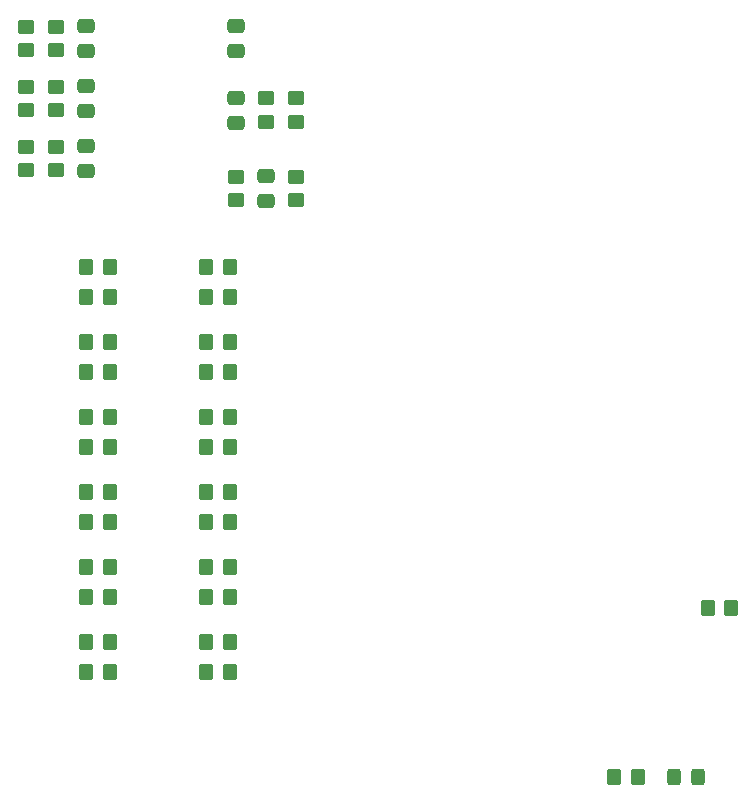
<source format=gbr>
%TF.GenerationSoftware,KiCad,Pcbnew,(6.0.7)*%
%TF.CreationDate,2022-10-09T19:07:04-07:00*%
%TF.ProjectId,PicoBOB,5069636f-424f-4422-9e6b-696361645f70,rev?*%
%TF.SameCoordinates,Original*%
%TF.FileFunction,Paste,Top*%
%TF.FilePolarity,Positive*%
%FSLAX46Y46*%
G04 Gerber Fmt 4.6, Leading zero omitted, Abs format (unit mm)*
G04 Created by KiCad (PCBNEW (6.0.7)) date 2022-10-09 19:07:04*
%MOMM*%
%LPD*%
G01*
G04 APERTURE LIST*
G04 Aperture macros list*
%AMRoundRect*
0 Rectangle with rounded corners*
0 $1 Rounding radius*
0 $2 $3 $4 $5 $6 $7 $8 $9 X,Y pos of 4 corners*
0 Add a 4 corners polygon primitive as box body*
4,1,4,$2,$3,$4,$5,$6,$7,$8,$9,$2,$3,0*
0 Add four circle primitives for the rounded corners*
1,1,$1+$1,$2,$3*
1,1,$1+$1,$4,$5*
1,1,$1+$1,$6,$7*
1,1,$1+$1,$8,$9*
0 Add four rect primitives between the rounded corners*
20,1,$1+$1,$2,$3,$4,$5,0*
20,1,$1+$1,$4,$5,$6,$7,0*
20,1,$1+$1,$6,$7,$8,$9,0*
20,1,$1+$1,$8,$9,$2,$3,0*%
G04 Aperture macros list end*
%ADD10RoundRect,0.250000X-0.450000X0.350000X-0.450000X-0.350000X0.450000X-0.350000X0.450000X0.350000X0*%
%ADD11RoundRect,0.250000X0.350000X0.450000X-0.350000X0.450000X-0.350000X-0.450000X0.350000X-0.450000X0*%
%ADD12RoundRect,0.250000X0.450000X-0.350000X0.450000X0.350000X-0.450000X0.350000X-0.450000X-0.350000X0*%
%ADD13RoundRect,0.250000X0.475000X-0.337500X0.475000X0.337500X-0.475000X0.337500X-0.475000X-0.337500X0*%
%ADD14RoundRect,0.250000X-0.350000X-0.450000X0.350000X-0.450000X0.350000X0.450000X-0.350000X0.450000X0*%
%ADD15RoundRect,0.250000X-0.475000X0.337500X-0.475000X-0.337500X0.475000X-0.337500X0.475000X0.337500X0*%
%ADD16RoundRect,0.250000X0.325000X0.450000X-0.325000X0.450000X-0.325000X-0.450000X0.325000X-0.450000X0*%
G04 APERTURE END LIST*
D10*
%TO.C,R7*%
X90170000Y-117840000D03*
X90170000Y-119840000D03*
%TD*%
D11*
%TO.C,R_Xs_83*%
X74390000Y-157480000D03*
X72390000Y-157480000D03*
%TD*%
%TO.C,R_As_83*%
X74390000Y-132080000D03*
X72390000Y-132080000D03*
%TD*%
D12*
%TO.C,R70*%
X69850000Y-118840000D03*
X69850000Y-116840000D03*
%TD*%
D10*
%TO.C,R65*%
X67310000Y-111760000D03*
X67310000Y-113760000D03*
%TD*%
D11*
%TO.C,R_Bd_83*%
X84550000Y-151130000D03*
X82550000Y-151130000D03*
%TD*%
D13*
%TO.C,C50*%
X72390000Y-118877500D03*
X72390000Y-116802500D03*
%TD*%
D12*
%TO.C,R74*%
X69850000Y-123920000D03*
X69850000Y-121920000D03*
%TD*%
D14*
%TO.C,R_EN_56*%
X82550000Y-166370000D03*
X84550000Y-166370000D03*
%TD*%
%TO.C,R_Yd_56*%
X82550000Y-147320000D03*
X84550000Y-147320000D03*
%TD*%
D11*
%TO.C,R_PWM_83*%
X74390000Y-163830000D03*
X72390000Y-163830000D03*
%TD*%
%TO.C,R_Zd_83*%
X84550000Y-138430000D03*
X82550000Y-138430000D03*
%TD*%
D13*
%TO.C,C53*%
X87630000Y-126497500D03*
X87630000Y-124422500D03*
%TD*%
%TO.C,C20*%
X85052500Y-119915000D03*
X85052500Y-117840000D03*
%TD*%
D11*
%TO.C,R_Xd_83*%
X84550000Y-157480000D03*
X82550000Y-157480000D03*
%TD*%
D14*
%TO.C,R10*%
X117110000Y-175260000D03*
X119110000Y-175260000D03*
%TD*%
D11*
%TO.C,R_Yd_83*%
X84550000Y-144780000D03*
X82550000Y-144780000D03*
%TD*%
%TO.C,R_Ad_83*%
X84550000Y-132080000D03*
X82550000Y-132080000D03*
%TD*%
D10*
%TO.C,R73*%
X67310000Y-121920000D03*
X67310000Y-123920000D03*
%TD*%
D11*
%TO.C,R_Ys_83*%
X74390000Y-144780000D03*
X72390000Y-144780000D03*
%TD*%
D14*
%TO.C,R_Xs_56*%
X72390000Y-160020000D03*
X74390000Y-160020000D03*
%TD*%
%TO.C,R_As_56*%
X72390000Y-134620000D03*
X74390000Y-134620000D03*
%TD*%
%TO.C,R_Ys_56*%
X72390000Y-147320000D03*
X74390000Y-147320000D03*
%TD*%
D12*
%TO.C,R66*%
X69850000Y-113760000D03*
X69850000Y-111760000D03*
%TD*%
D14*
%TO.C,R_PWM_56*%
X72390000Y-166370000D03*
X74390000Y-166370000D03*
%TD*%
D11*
%TO.C,R_Bs_83*%
X74390000Y-151130000D03*
X72390000Y-151130000D03*
%TD*%
D14*
%TO.C,R_Xd_56*%
X82550000Y-160020000D03*
X84550000Y-160020000D03*
%TD*%
%TO.C,R_Bd_56*%
X82550000Y-153670000D03*
X84550000Y-153670000D03*
%TD*%
D13*
%TO.C,C51*%
X72390000Y-123957500D03*
X72390000Y-121882500D03*
%TD*%
D12*
%TO.C,R9*%
X87592500Y-119840000D03*
X87592500Y-117840000D03*
%TD*%
D15*
%TO.C,C48*%
X85090000Y-111722500D03*
X85090000Y-113797500D03*
%TD*%
D14*
%TO.C,R20*%
X125000000Y-161000000D03*
X127000000Y-161000000D03*
%TD*%
D10*
%TO.C,R75*%
X85090000Y-124460000D03*
X85090000Y-126460000D03*
%TD*%
D11*
%TO.C,R_EN_83*%
X84550000Y-163830000D03*
X82550000Y-163830000D03*
%TD*%
D14*
%TO.C,R_Ad_56*%
X82550000Y-134620000D03*
X84550000Y-134620000D03*
%TD*%
D10*
%TO.C,R69*%
X67310000Y-116840000D03*
X67310000Y-118840000D03*
%TD*%
D16*
%TO.C,D1*%
X124215000Y-175260000D03*
X122165000Y-175260000D03*
%TD*%
D11*
%TO.C,R_Zs_83*%
X74390000Y-138430000D03*
X72390000Y-138430000D03*
%TD*%
D14*
%TO.C,R_Bs_56*%
X72390000Y-153670000D03*
X74390000Y-153670000D03*
%TD*%
D12*
%TO.C,R76*%
X90170000Y-126460000D03*
X90170000Y-124460000D03*
%TD*%
D13*
%TO.C,C49*%
X72390000Y-113797500D03*
X72390000Y-111722500D03*
%TD*%
D14*
%TO.C,R_Zs_56*%
X72390000Y-140970000D03*
X74390000Y-140970000D03*
%TD*%
%TO.C,R_Zd_56*%
X82550000Y-140970000D03*
X84550000Y-140970000D03*
%TD*%
M02*

</source>
